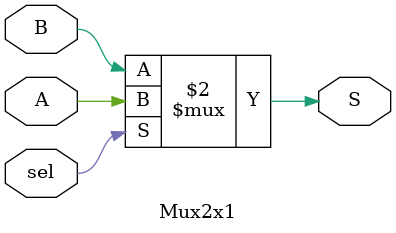
<source format=v>
`timescale 1ns / 1ps


module Mux2x1(
    input A,
    input B,
    input sel,
    output S
    );
    
    assign S = (sel == 1) ? A : B;
endmodule

</source>
